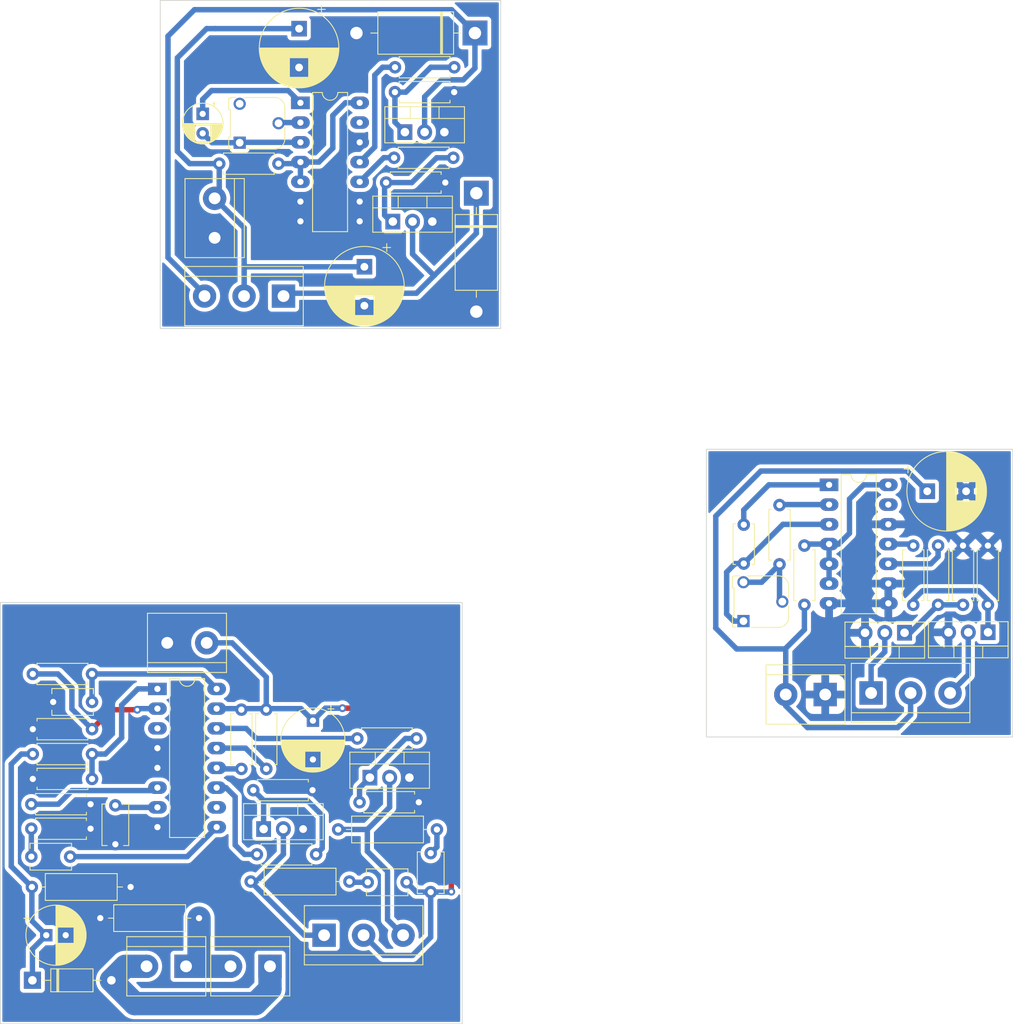
<source format=kicad_pcb>
(kicad_pcb (version 20221018) (generator pcbnew)
  (layers (0 "F.Cu" signal) (31 "B.Cu" signal) (34 "B.Paste" user) (35 "F.Paste" user) (36 "B.SilkS" user "B.Silkscreen") (37 "F.SilkS" user "F.Silkscreen") (38 "B.Mask" user) (39 "F.Mask" user) (44 "Edge.Cuts" user))
  (net 0 "")
  (net 1 "Net-(U1-RC_COMMON)")
  (net 2 "Net-(U1-C)")
  (net 3 "+12V")
  (net 4 "GND1")
  (net 5 "GND")
  (net 6 "Net-(U2-DISCH)")
  (net 7 "Net-(U2-REF)")
  (net 8 "Net-(C6-Pad1)")
  (net 9 "Net-(U2-COMP)")
  (net 10 "Net-(C7-Pad2)")
  (net 11 "Net-(C8-Pad1)")
  (net 12 "pb1")
  (net 13 "Net-(D1-A)")
  (net 14 "Net-(J1-Pin_1)")
  (net 15 "+12VA")
  (net 16 "Net-(J1-Pin_3)")
  (net 17 "Net-(J3-Pin_1)")
  (net 18 "Net-(J3-Pin_3)")
  (net 19 "Net-(J4-Pin_1)")
  (net 20 "Net-(Q1-G)")
  (net 21 "Net-(Q2-G)")
  (net 22 "Net-(Q3-G)")
  (net 23 "Net-(Q6-G)")
  (net 24 "Net-(U1--TRIGGER)")
  (net 25 "Net-(R2-Pad1)")
  (net 26 "Net-(U1-R)")
  (net 27 "Net-(U1-Q)")
  (net 28 "Net-(U1-~{Q})")
  (net 29 "Net-(U2-VC)")
  (net 30 "Net-(U2-GND)")
  (net 31 "Net-(U2-RT)")
  (net 32 "Net-(U2-NI)")
  (net 33 "Net-(U2-INV)")
  (net 34 "Net-(U2-OUTA)")
  (net 35 "Net-(U2-OUTB)")
  (net 39 "+12P")
  (net 40 "Net-(U3-C)")
  (net 41 "Net-(U3-RC_COMMON)")
  (net 42 "Net-(D2-K)")
  (net 43 "GNDA")
  (net 44 "Net-(D3-K)")
  (net 45 "Net-(Q4-G)")
  (net 46 "Net-(Q5-G)")
  (net 47 "Net-(U3-ASTABLE)")
  (net 48 "Net-(U3-Q)")
  (net 49 "Net-(U3-~{Q})")
  (net 50 "Net-(U3-R)")
  (footprint "Capacitor_THT:C_Disc_D5.1mm_W3.2mm_P5.00mm" (layer "F.Cu") (at 59.76 145.5)
    (fp_text reference "C6" hide)
    (fp_text value "0.001uF" hide)
  )
  (footprint "Resistor_THT:R_Axial_DIN0207_L6.3mm_D2.5mm_P7.62mm_Horizontal" (layer "F.Cu") (at 67.57 122 180)
    (fp_text reference "R10" hide)
    (fp_text value "47k" hide)
  )
  (footprint "Capacitor_THT:CP_Radial_D8.0mm_P5.00mm" (layer "F.Cu") (at 95.98 128 -90)
    (fp_text reference "C3" hide)
    (fp_text value "100uF" hide)
  )
  (footprint "TerminalBlock:TerminalBlock_bornier-2_P5.08mm" (layer "F.Cu") (at 90.46 159.6 180)
    (fp_text reference "J5" hide)
    (fp_text value "120ref" hide)
  )
  (footprint "Capacitor_THT:C_Disc_D5.1mm_W3.2mm_P5.00mm" (layer "F.Cu") (at 70.57 143.9 90)
    (fp_text reference "C4" hide)
    (fp_text value "0.1uF" hide)
  )
  (footprint "Resistor_THT:R_Axial_DIN0207_L6.3mm_D2.5mm_P7.62mm_Horizontal" (layer "F.Cu") (at 67.57 132.3 180)
    (fp_text reference "R13" hide)
    (fp_text value "100k" hide)
  )
  (footprint "Diode_THT:D_DO-201AD_P15.24mm_Horizontal" (layer "F.Cu") (at 117 60.16 -90)
    (fp_text reference "D2" hide)
    (fp_text value "1N5408" hide)
  )
  (footprint "Package_DIP:DIP-14_W7.62mm_LongPads" (layer "F.Cu") (at 94.375 48.542677)
    (fp_text reference "U3" hide)
    (fp_text value "4047" hide)
  )
  (footprint "Resistor_THT:R_Axial_DIN0207_L6.3mm_D2.5mm_P7.62mm_Horizontal" (layer "F.Cu") (at 106.54 43.967677)
    (fp_text reference "R21" hide)
    (fp_text value "1k" hide)
  )
  (footprint "Package_TO_SOT_THT:TO-220-3_Vertical" (layer "F.Cu") (at 182.82 116.645 180)
    (fp_text reference "Q2" hide)
    (fp_text value "IRF3205" hide)
  )
  (footprint "TerminalBlock:TerminalBlock_bornier-2_P5.08mm" (layer "F.Cu") (at 83.34 65.907677 90)
    (fp_text reference "J7" hide)
    (fp_text value "DC" hide)
  )
  (footprint "Resistor_THT:R_Axial_DIN0207_L6.3mm_D2.5mm_P7.62mm_Horizontal" (layer "F.Cu") (at 106.42 55.612677)
    (fp_text reference "R19" hide)
    (fp_text value "1k" hide)
  )
  (footprint "Resistor_THT:R_Axial_DIN0309_L9.0mm_D3.2mm_P12.70mm_Horizontal" (layer "F.Cu") (at 111.93 142 180)
    (fp_text reference "R24" hide)
    (fp_text value "66/2W" hide)
  )
  (footprint "Diode_THT:D_DO-41_SOD81_P10.16mm_Horizontal" (layer "F.Cu") (at 59.9 161.4)
    (fp_text reference "D1" hide)
    (fp_text value "1N4007" hide)
  )
  (footprint "TerminalBlock:TerminalBlock_bornier-3_P5.08mm" (layer "F.Cu") (at 167.78 124.445)
    (fp_text reference "J1" hide)
    (fp_text value "Screw_Terminal_01x03" hide)
  )
  (footprint "Potentiometer_THT:Potentiometer_Runtron_RM-065_Vertical" (layer "F.Cu") (at 151.36 115.2 90)
    (fp_text reference "RV1" hide)
    (fp_text value "100k" hide)
  )
  (footprint "Resistor_THT:R_Axial_DIN0207_L6.3mm_D2.5mm_P7.62mm_Horizontal" (layer "F.Cu") (at 113.01 58.8 180)
    (fp_text reference "R27" hide)
    (fp_text value "10k" hide)
  )
  (footprint "Package_DIP:DIP-16_W7.62mm_LongPads" (layer "F.Cu") (at 75.98 123.92)
    (fp_text reference "U2" hide)
    (fp_text value "SG3525" hide)
  )
  (footprint "TerminalBlock:TerminalBlock_bornier-3_P5.08mm" (layer "F.Cu") (at 92.2 73.4 180)
    (fp_text reference "J8" hide)
    (fp_text value "AC" hide)
  )
  (footprint "TerminalBlock:TerminalBlock_bornier-2_P5.08mm" (layer "F.Cu") (at 77.24 118)
    (fp_text reference "J6" hide)
    (fp_text value "DC" hide)
  )
  (footprint "Package_TO_SOT_THT:TO-220-3_Vertical" (layer "F.Cu") (at 172.08 116.7 180)
    (fp_text reference "Q1" hide)
    (fp_text value "IRF3205" hide)
  )
  (footprint "Resistor_THT:R_Axial_DIN0207_L6.3mm_D2.5mm_P7.62mm_Horizontal" (layer "F.Cu") (at 182.8 105.49 -90)
    (fp_text reference "R6" hide)
    (fp_text value "2200" hide)
  )
  (footprint "Resistor_THT:R_Axial_DIN0207_L6.3mm_D2.5mm_P7.62mm_Horizontal" (layer "F.Cu") (at 59.95 135.5)
    (fp_text reference "R12" hide)
    (fp_text value "10k" hide)
  )
  (footprint "Resistor_THT:R_Axial_DIN0207_L6.3mm_D2.5mm_P7.62mm_Horizontal" (layer "F.Cu") (at 159.2 113.11 90)
    (fp_text reference "R1" hide)
    (fp_text value "330" hide)
  )
  (footprint "Resistor_THT:R_Axial_DIN0207_L6.3mm_D2.5mm_P7.62mm_Horizontal" (layer "F.Cu") (at 67.38 141.9 180)
    (fp_text reference "R14" hide)
    (fp_text value "20k" hide)
  )
  (footprint "Package_TO_SOT_THT:TO-220-3_Vertical" (layer "F.Cu") (at 106.26 63.812677)
    (fp_text reference "Q4" hide)
    (fp_text value "IRF3205" hide)
  )
  (footprint "Resistor_THT:R_Axial_DIN0207_L6.3mm_D2.5mm_P7.62mm_Horizontal" (layer "F.Cu") (at 89.98 126.58 -90)
    (fp_text reference "R7" hide)
    (fp_text value "1k" hide)
  )
  (footprint "Capacitor_THT:C_Disc_D5.1mm_W3.2mm_P5.00mm" (layer "F.Cu") (at 108.03 148.79 180)
    (fp_text reference "C7" hide)
    (fp_text value "100nF" hide)
  )
  (footprint "Capacitor_THT:CP_Radial_D5.0mm_P2.50mm" (layer "F.Cu") (at 81.8 49.962565 -90)
    (fp_text reference "C11" hide)
    (fp_text value "4.7uF" hide)
  )
  (footprint "Resistor_THT:R_Axial_DIN0207_L6.3mm_D2.5mm_P7.62mm_Horizontal" (layer "F.Cu") (at 101.98 138.5)
    (fp_text reference "R22" hide)
    (fp_text value "2200" hide)
  )
  (footprint "Potentiometer_THT:Potentiometer_Runtron_RM-065_Vertical" (layer "F.Cu") (at 86.56 53.667677 90)
    (fp_text reference "RV2" hide)
    (fp_text value "100k" hide)
  )
  (footprint "TerminalBlock:TerminalBlock_bornier-3_P5.08mm" (layer "F.Cu") (at 97.42 155.6)
    (fp_text reference "J3" hide)
    (fp_text value "12-12" hide)
  )
  (footprint "Package_TO_SOT_THT:TO-220-3_Vertical" (layer "F.Cu") (at 107.81 52.312677)
    (fp_text reference "Q5" hide)
    (fp_text value "IRF3205" hide)
  )
  (footprint "Resistor_THT:R_Axial_DIN0207_L6.3mm_D2.5mm_P7.62mm_Horizontal" (layer "F.Cu") (at 59.95 129.1)
    (fp_text reference "R11" hide)
    (fp_text value "47k" hide)
  )
  (footprint "Resistor_THT:R_Axial_DIN0207_L6.3mm_D2.5mm_P7.62mm_Horizontal" (layer "F.Cu") (at 83.93 56.367677)
    (fp_text reference "R15" hide)
    (fp_text value "330" hide)
  )
  (footprint "Resistor_THT:R_Axial_DIN0207_L6.3mm_D2.5mm_P7.62mm_Horizontal" (layer "F.Cu") (at 101.69 130.3)
    (fp_text reference "R20" hide)
    (fp_text value "22" hide)
  )
  (footprint "Resistor_THT:R_Axial_DIN0207_L6.3mm_D2.5mm_P7.62mm_Horizontal" (layer "F.Cu") (at 114.15 47.167677 180)
    (fp_text reference "R28" hide)
    (fp_text value "10k" hide)
  )
  (footprint "Capacitor_THT:CP_Radial_D10.0mm_P5.00mm" (layer "F.Cu") (at 102.6 69.632323 -90)
    (fp_text reference "C10" hide)
    (fp_text value "1000uF" hide)
  )
  (footprint "Package_TO_SOT_THT:TO-220-3_Vertical" (layer "F.Cu") (at 89.64 141.945)
    (fp_text reference "Q3" hide)
    (fp_text value "IRF3205" hide)
  )
  (footprint "Resistor_THT:R_Axial_DIN0309_L9.0mm_D3.2mm_P12.70mm_Horizontal" (layer "F.Cu") (at 59.83 149.4)
    (fp_text reference "R26" hide)
    (fp_text value "1k/1W" hide)
  )
  (footprint "Capacitor_THT:CP_Radial_D10.0mm_P5.00mm" (layer "F.Cu") (at 175 98.5)
    (fp_text reference "C2" hide)
    (fp_text value "1000uF" hide)
  )
  (footprint "TerminalBlock:TerminalBlock_bornier-2_P5.08mm" (layer "F.Cu") (at 79.66 159.6 180)
    (fp_text reference "J4" hide)
    (fp_text value "120" hide)
  )
  (footprint "Resistor_THT:R_Axial_DIN0207_L6.3mm_D2.5mm_P7.62mm_Horizontal" (layer "F.Cu") (at 88.77 145.2)
    (fp_text reference "R18" hide)
    (fp_text value "22" hide)
  )
  (footprint "Capacitor_THT:C_Disc_D5.1mm_W3.2mm_P5.00mm" (layer "F.Cu") (at 62.57 125.6)
    (fp_text reference "C5" hide)
    (fp_text value "0.1uF" hide)
  )
  (footprint "Resistor_THT:R_Axial_DIN0207_L6.3mm_D2.5mm_P7.62mm_Horizontal" (layer "F.Cu") (at 86.78 134.21 90)
    (fp_text reference "R8" hide)
    (fp_text value "1k" hide)
  )
  (footprint "TerminalBlock:TerminalBlock_bornier-2_P5.08mm" (layer "F.Cu") (at 161.88 124.645 180)
    (fp_text reference "J2" hide)
    (fp_text value "DC" hide)
  )
  (footprint "Diode_THT:D_DO-201AD_P15.24mm_Horizontal" (layer "F.Cu") (at 116.82 39.567677 180)
    (fp_text reference "D3" hide)
    (fp_text value "1N5408" hide)
  )
  (footprint "Resistor_THT:R_Axial_DIN0207_L6.3mm_D2.5mm_P7.62mm_Horizontal" (layer "F.Cu") (at 176.4 105.49 -90)
    (fp_text reference "R3" hide)
    (fp_text value "220" hide)
  )
  (footprint "Resistor_THT:R_Axial_DIN0207_L6.3mm_D2.5mm_P7.62mm_Horizontal" (layer "F.Cu") (at 67.38 138.75 180)
    (fp_text reference "R9" hide)
    (fp_text value "100k" hide)
  )
  (footprint "Package_DIP:DIP-14_W7.62mm_LongPads" (layer "F.Cu") (at 162.375 97.675)
    (fp_text reference "U1" hide)
    (fp_text value "4047" hide)
  )
  (footprint "Resistor_THT:R_Axial_DIN0207_L6.3mm_D2.5mm_P7.62mm_Horizontal" (layer "F.Cu") (at 179.6 105.49 -90)
    (fp_text reference "R5" hide)
    (fp_text value "2200" hide)
  )
  (footprint "Resistor_THT:R_Axial_DIN0207_L6.3mm_D2.5mm_P7.62mm_Horizontal" (layer "F.Cu") (at 173.2 105.49 -90)
    (fp_text reference "R4" hide)
    (fp_text value "220" hide)
  )
  (footprint "Resistor_THT:R_Axial_DIN0309_L9.0mm_D3.2mm_P12.70mm_Horizontal" (layer "F.Cu") (at 68.63 153.4)
    (fp_text reference "R25" hide)
    (fp_text value "200k/2W" hide)
  )
  (footprint "Capacitor_THT:CP_Radial_D7.5mm_P2.50mm" (layer "F.Cu") (at 61.68 155.6)
    (fp_text reference "C9" hide)
    (fp_text value "1uF" hide)
  )
  (footprint "Capacitor_THT:C_Disc_D5.0mm_W2.5mm_P5.00mm" (layer "F.Cu") (at 151.4 107.8 90)
    (fp_text reference "C1" hide)
    (fp_text value "10nF" hide)
  )
  (footprint "Capacitor_THT:C_Disc_D5.1mm_W3.2mm_P5.00mm" (layer "F.Cu") (at 111.13 145.05 -90)
    (fp_text reference "C8" hide)
    (fp_text value "100nF" hide)
  )
  (footprint "Resistor_THT:R_Axial_DIN0207_L6.3mm_D2.5mm_P7.62mm_Horizontal" (layer "F.Cu") (at 88.31 136.945)
    (fp_text reference "R16" hide)
    (fp_text value "2200" hide)
  )
  (footprint "Package_TO_SOT_THT:TO-220-3_Vertical" (layer "F.Cu") (at 103.31 135.33)
    (fp_text reference "Q6" hide)
    (fp_text value "IRF3205" hide)
  )
  (footprint "Resistor_THT:R_Axial_DIN0309_L9.0mm_D3.2mm_P12.70mm_Horizontal" (layer "F.Cu") (at 87.98 148.7)
    (fp_text reference "R23" hide)
    (fp_text value "56/2W" hide)
  )
  (footprint "Capacitor_THT:CP_Radial_D10.0mm_P5.00mm" (layer "F.Cu") (at 94.2 39 -90)
    (fp_text reference "C12" hide)
    (fp_text value "1000uF" hide)
  )
  (footprint "Resistor_THT:R_Axial_DIN0207_L6.3mm_D2.5mm_P7.62mm_Horizontal" (layer "F.Cu") (at 156 107.9 90)
    (fp_text reference "R2" hide)
    (fp_text value "390k" hide)
  )
  (gr_rect (start 55.78 112.8) (end 115.18 167) (stroke (width 0.1)) (fill none) (layer "Edge.Cuts"))
  (gr_rect (start 76.34 35.367677) (end 120.14 77.567677) (stroke (width 0.1)) (fill none) (layer "Edge.Cuts"))
  (gr_rect (start 146.6 93.1) (end 186 130.1) (stroke (width 0.1)) (fill none) (layer "Edge.Cuts"))
  (segment (start 156.445 102.755) (end 151.4 107.8) (width 0.7) (layer "B.Cu") (net 1))
  (segment (start 149.2 114.3) (end 150.1 115.2) (width 0.7) (layer "B.Cu") (net 1))
  (segment (start 151.4 107.8) (end 150.3 107.8) (width 0.7) (layer "B.Cu") (net 1))
  (segment (start 150.3 107.8) (end 149.2 108.9) (width 0.7) (layer "B.Cu") (net 1))
  (segment (start 162.375 102.755) (end 156.445 102.755) (width 0.7) (layer "B.Cu") (net 1))
  (segment (start 149.2 108.9) (end 149.2 114.3) (width 0.7) (layer "B.Cu") (net 1))
  (segment (start 150.1 115.2) (end 151.36 115.2) (width 0.7) (layer "B.Cu") (net 1))
  (segment (start 162.375 97.675) (end 154.625 97.675) (width 0.7) (layer "B.Cu") (net 2))
  (segment (start 154.625 97.675) (end 151.4 100.9) (width 0.7) (layer "B.Cu") (net 2))
  (segment (start 151.4 100.9) (end 151.4 102.8) (width 0.7) (layer "B.Cu") (net 2))
  (segment (start 113.78 150) (end 113.78 130.6) (width 0.7) (layer "F.Cu") (net 3))
  (segment (start 111.38 128.2) (end 109.58 126.4) (width 0.7) (layer "F.Cu") (net 3))
  (segment (start 113.78 130.6) (end 111.38 128.2) (width 0.7) (layer "F.Cu") (net 3))
  (segment (start 109.58 126.4) (end 99.78 126.4) (width 0.7) (layer "F.Cu") (net 3))
  (via (at 113.78 150) (size 1) (drill 0.5) (layers "F.Cu" "B.Cu") (net 3))
  (via (at 99.78 126.4) (size 1) (drill 0.5) (layers "F.Cu" "B.Cu") (net 3))
  (segment (start 111.13 150.05) (end 109.29 150.05) (width 0.7) (layer "B.Cu") (net 3))
  (segment (start 89.98 122.4) (end 89.98 126.58) (width 0.7) (layer "B.Cu") (net 3))
  (segment (start 102.5 155.6) (end 105.1 158.2) (width 0.7) (layer "B.Cu") (net 3))
  (segment (start 111.13 150.05) (end 113.73 150.05) (width 0.7) (layer "B.Cu") (net 3))
  (segment (start 113.73 150.05) (end 113.78 150) (width 0.7) (layer "B.Cu") (net 3))
  (segment (start 85.58 118) (end 89.98 122.4) (width 0.7) (layer "B.Cu") (net 3))
  (segment (start 94.44 126.46) (end 95.98 128) (width 0.7) (layer "B.Cu") (net 3))
  (segment (start 97.58 126.4) (end 95.98 128) (width 0.7) (layer "B.Cu") (net 3))
  (segment (start 108.78 158.2) (end 111.13 155.85) (width 0.7) (layer "B.Cu") (net 3))
  (segment (start 105.1 158.2) (end 108.78 158.2) (width 0.7) (layer "B.Cu") (net 3))
  (segment (start 99.78 126.4) (end 97.58 126.4) (width 0.7) (layer "B.Cu") (net 3))
  (segment (start 109.29 150.05) (end 108.03 148.79) (width 0.7) (layer "B.Cu") (net 3))
  (segment (start 82.32 118) (end 85.58 118) (width 0.7) (layer "B.Cu") (net 3))
  (segment (start 111.13 155.85) (end 111.13 150.05) (width 0.7) (layer "B.Cu") (net 3))
  (segment (start 83.6 126.46) (end 94.44 126.46) (width 0.7) (layer "B.Cu") (net 3))
  (segment (start 75.98 139.16) (end 70.83 139.16) (width 0.7) (layer "B.Cu") (net 6))
  (segment (start 70.83 139.16) (end 70.57 138.9) (width 0.7) (layer "B.Cu") (net 6))
  (segment (start 67.57 125.6) (end 67.57 122) (width 0.7) (layer "B.Cu") (net 7))
  (segment (start 67.57 122) (end 81.68 122) (width 0.7) (layer "B.Cu") (net 7))
  (segment (start 81.68 122) (end 83.6 123.92) (width 0.7) (layer "B.Cu") (net 7))
  (segment (start 59.76 145.5) (end 59.76 141.9) (width 0.7) (layer "B.Cu") (net 8))
  (segment (start 79.8 145.5) (end 83.6 141.7) (width 0.7) (layer "B.Cu") (net 9))
  (segment (start 64.76 145.5) (end 79.8 145.5) (width 0.7) (layer "B.Cu") (net 9))
  (segment (start 100.77 148.79) (end 100.68 148.7) (width 0.7) (layer "B.Cu") (net 10))
  (segment (start 103.03 148.79) (end 100.77 148.79) (width 0.7) (layer "B.Cu") (net 10))
  (segment (start 111.93 144.25) (end 111.13 145.05) (width 0.7) (layer "B.Cu") (net 11))
  (segment (start 111.93 142) (end 111.93 144.25) (width 0.7) (layer "B.Cu") (net 11))
  (segment (start 59.95 132.3) (end 58.48 132.3) (width 0.7) (layer "B.Cu") (net 12))
  (segment (start 59.9 157.38) (end 61.68 155.6) (width 0.7) (layer "B.Cu") (net 12))
  (segment (start 57.18 133.6) (end 57.18 146.75) (width 0.7) (layer "B.Cu") (net 12))
  (segment (start 59.83 149.4) (end 59.83 153.75) (width 0.7) (layer "B.Cu") (net 12))
  (segment (start 59.83 153.75) (end 61.68 155.6) (width 0.7) (layer "B.Cu") (net 12))
  (segment (start 57.18 146.75) (end 59.83 149.4) (width 0.7) (layer "B.Cu") (net 12))
  (segment (start 58.48 132.3) (end 57.18 133.6) (width 0.7) (layer "B.Cu") (net 12))
  (segment (start 59.9 161.4) (end 59.9 157.38) (width 0.7) (layer "B.Cu") (net 12))
  (segment (start 74.58 159.6) (end 71.86 159.6) (width 3) (layer "B.Cu") (net 13))
  (segment (start 73.06 164.4) (end 70.06 161.4) (width 3) (layer "B.Cu") (net 13))
  (segment (start 71.86 159.6) (end 70.06 161.4) (width 3) (layer "B.Cu") (net 13))
  (segment (start 90.46 159.6) (end 90.46 162.52) (width 3) (layer "B.Cu") (net 13))
  (segment (start 88.58 164.4) (end 73.06 164.4) (width 3) (layer "B.Cu") (net 13))
  (segment (start 90.46 162.52) (end 88.58 164.4) (width 3) (layer "B.Cu") (net 13))
  (segment (start 169.54 119.16) (end 167.78 120.92) (width 0.7) (layer "B.Cu") (net 14))
  (segment (start 167.78 120.92) (end 167.78 124.445) (width 0.7) (layer "B.Cu") (net 14))
  (segment (start 169.54 116.7) (end 169.54 119.16) (width 0.7) (layer "B.Cu") (net 14))
  (segment (start 156.8 126.1) (end 159.6 128.9) (width 0.7) (layer "B.Cu") (net 15))
  (segment (start 156.8 124.645) (end 156.8 126.1) (width 0.7) (layer "B.Cu") (net 15))
  (segment (start 156.72 118.78) (end 159.2 116.3) (width 0.7) (layer "B.Cu") (net 15))
  (segment (start 171.2 128.9) (end 172.86 127.24) (width 0.7) (layer "B.Cu") (net 15))
  (segment (start 172.86 127.24) (end 172.86 124.445) (width 0.7) (layer "B.Cu") (net 15))
  (segment (start 156.72 118.78) (end 150.48 118.78) (width 0.7) (layer "B.Cu") (net 15))
  (segment (start 172.4 95.9) (end 175 98.5) (width 0.7) (layer "B.Cu") (net 15))
  (segment (start 159.2 116.3) (end 159.2 113.11) (width 0.7) (layer "B.Cu") (net 15))
  (segment (start 147.8 116.1) (end 147.8 101.7) (width 0.7) (layer "B.Cu") (net 15))
  (segment (start 150.48 118.78) (end 147.8 116.1) (width 0.7) (layer "B.Cu") (net 15))
  (segment (start 156.8 118.86) (end 156.72 118.78) (width 0.7) (layer "B.Cu") (net 15))
  (segment (start 147.8 101.7) (end 153.6 95.9) (width 0.7) (layer "B.Cu") (net 15))
  (segment (start 156.8 124.645) (end 156.8 118.86) (width 0.7) (layer "B.Cu") (net 15))
  (segment (start 159.6 128.9) (end 171.2 128.9) (width 0.7) (layer "B.Cu") (net 15))
  (segment (start 153.6 95.9) (end 172.4 95.9) (width 0.7) (layer "B.Cu") (net 15))
  (segment (start 180.28 122.105) (end 177.94 124.445) (width 0.7) (layer "B.Cu") (net 16))
  (segment (start 180.28 116.645) (end 180.28 122.105) (width 0.7) (layer "B.Cu") (net 16))
  (segment (start 92.18 145.2) (end 88.68 148.7) (width 0.7) (layer "B.Cu") (net 17))
  (segment (start 97.42 155.6) (end 94.88 155.6) (width 0.7) (layer "B.Cu") (net 17))
  (segment (start 92.18 141.945) (end 92.18 145.2) (width 0.7) (layer "B.Cu") (net 17))
  (segment (start 88.68 148.7) (end 87.98 148.7) (width 0.7) (layer "B.Cu") (net 17))
  (segment (start 94.88 155.6) (end 87.98 148.7) (width 0.7) (layer "B.Cu") (net 17))
  (segment (start 105.58 153.6) (end 107.58 155.6) (width 0.7) (layer "B.Cu") (net 18))
  (segment (start 105.85 139.13) (end 102.98 142) (width 0.7) (layer "B.Cu") (net 18))
  (segment (start 102.98 142) (end 99.23 142) (width 0.7) (layer "B.Cu") (net 18))
  (segment (start 105.85 135.33) (end 105.85 139.13) (width 0.7) (layer "B.Cu") (net 18))
  (segment (start 102.98 144.8) (end 105.58 147.4) (width 0.7) (layer "B.Cu") (net 18))
  (segment (start 102.98 142) (end 102.98 144.8) (width 0.7) (layer "B.Cu") (net 18))
  (segment (start 105.58 147.4) (end 105.58 153.6) (width 0.7) (layer "B.Cu") (net 18))
  (segment (start 79.66 159.6) (end 81.58 159.6) (width 3) (layer "B.Cu") (net 19))
  (segment (start 81.33 153.4) (end 81.33 159.35) (width 3) (layer "B.Cu") (net 19))
  (segment (start 81.33 159.35) (end 81.58 159.6) (width 3) (layer "B.Cu") (net 19))
  (segment (start 81.58 159.6) (end 85.38 159.6) (width 3) (layer "B.Cu") (net 19))
  (segment (start 172.81 116.7) (end 176.4 113.11) (width 0.7) (layer "B.Cu") (net 20))
  (segment (start 172.08 116.7) (end 172.81 116.7) (width 0.7) (layer "B.Cu") (net 20))
  (segment (start 176.4 113.11) (end 179.6 113.11) (width 0.7) (layer "B.Cu") (net 20))
  (segment (start 182.82 113.13) (end 182.8 113.11) (width 0.7) (layer "B.Cu") (net 21))
  (segment (start 174.4 111.3) (end 181.6 111.3) (width 0.7) (layer "B.Cu") (net 21))
  (segment (start 181.6 111.3) (end 182.8 112.5) (width 0.7) (layer "B.Cu") (net 21))
  (segment (start 182.8 112.5) (end 182.8 113.11) (width 0.7) (layer "B.Cu") (net 21))
  (segment (start 173.2 113.11) (end 173.2 112.5) (width 0.7) (layer "B.Cu") (net 21))
  (segment (start 182.82 116.645) (end 182.82 113.13) (width 0.7) (layer "B.Cu") (net 21))
  (segment (start 173.2 112.5) (end 174.4 111.3) (width 0.7) (layer "B.Cu") (net 21))
  (segment (start 95.255 138.275) (end 97.18 140.2) (width 0.7) (layer "B.Cu") (net 22))
  (segment (start 97.18 140.2) (end 97.18 144.41) (width 0.7) (layer "B.Cu") (net 22))
  (segment (start 89.64 138.275) (end 88.31 136.945) (width 0.7) (layer "B.Cu") (net 22))
  (segment (start 89.64 141.945) (end 89.64 138.275) (width 0.7) (layer "B.Cu") (net 22))
  (segment (start 97.18 144.41) (end 96.39 145.2) (width 0.7) (layer "B.Cu") (net 22))
  (segment (start 89.64 138.275) (end 95.255 138.275) (width 0.7) (layer "B.Cu") (net 22))
  (segment (start 101.98 138.5) (end 101.98 136.66) (width 0.7) (layer "B.Cu") (net 23))
  (segment (start 109.31 130.3) (end 107.88 130.3) (width 0.7) (layer "B.Cu") (net 23))
  (segment (start 107.88 130.3) (end 103.31 134.87) (width 0.7) (layer "B.Cu") (net 23))
  (segment (start 103.31 134.87) (end 103.31 135.33) (width 0.7) (layer "B.Cu") (net 23))
  (segment (start 101.98 136.66) (end 103.31 135.33) (width 0.7) (layer "B.Cu") (net 23))
  (segment (start 169.995 97.675) (end 166.825 97.675) (width 0.7) (layer "B.Cu") (net 24))
  (segment (start 165 99.5) (end 165 103.9) (width 0.7) (layer "B.Cu") (net 24))
  (segment (start 159.395 105.295) (end 159.2 105.49) (width 0.7) (layer "B.Cu") (net 24))
  (segment (start 162.375 105.295) (end 159.395 105.295) (width 0.7) (layer "B.Cu") (net 24))
  (segment (start 163.605 105.295) (end 162.375 105.295) (width 0.7) (layer "B.Cu") (net 24))
  (segment (start 166.825 97.675) (end 165 99.5) (width 0.7) (layer "B.Cu") (net 24))
  (segment (start 162.375 110.375) (end 162.375 105.295) (width 0.7) (layer "B.Cu") (net 24))
  (segment (start 165 103.9) (end 163.605 105.295) (width 0.7) (layer "B.Cu") (net 24))
  (segment (start 156 107.9) (end 156 112.34) (width 0.7) (layer "B.Cu") (net 25))
  (segment (start 153.7 110.2) (end 156 107.9) (width 0.7) (layer "B.Cu") (net 25))
  (segment (start 151.36 110.2) (end 153.7 110.2) (width 0.7) (layer "B.Cu") (net 25))
  (segment (start 156 112.34) (end 156.36 112.7) (width 0.7) (layer "B.Cu") (net 25))
  (segment (start 162.375 100.215) (end 156.065 100.215) (width 0.7) (layer "B.Cu") (net 26))
  (segment (start 156.065 100.215) (end 156 100.28) (width 0.7) (layer "B.Cu") (net 26))
  (segment (start 176.4 106.9) (end 176.4 105.49) (width 0.7) (layer "B.Cu") (net 27))
  (segment (start 175.465 107.835) (end 176.4 106.9) (width 0.7) (layer "B.Cu") (net 27))
  (segment (start 169.995 107.835) (end 175.465 107.835) (width 0.7) (layer "B.Cu") (net 27))
  (segment (start 169.995 105.295) (end 173.005 105.295) (width 0.7) (layer "B.Cu") (net 28))
  (segment (start 173.005 105.295) (end 173.2 105.49) (width 0.7) (layer "B.Cu") (net 28))
  (segment (start 83.6 131.54) (end 87.32 131.54) (width 0.7) (layer "B.Cu") (net 29))
  (segment (start 87.32 131.54) (end 89.98 134.2) (width 0.7) (layer "B.Cu") (net 29))
  (segment (start 86.78 134.21) (end 83.73 134.21) (width 0.7) (layer "B.Cu") (net 30))
  (segment (start 83.73 134.21) (end 83.6 134.08) (width 0.7) (layer "B.Cu") (net 30))
  (segment (start 64.98 137) (end 63.23 138.75) (width 0.7) (layer "B.Cu") (net 31))
  (segment (start 63.23 138.75) (end 59.76 138.75) (width 0.7) (layer "B.Cu") (net 31))
  (segment (start 75.6 137) (end 64.98 137) (width 0.7) (layer "B.Cu") (net 31))
  (segment (start 75.98 136.62) (end 75.6 137) (width 0.7) (layer "B.Cu") (net 31))
  (segment (start 70.07 126.6) (end 67.57 129.1) (width 0.7) (layer "F.Cu") (net 32))
  (segment (start 73.38 126.6) (end 70.07 126.6) (width 0.7) (layer "F.Cu") (net 32))
  (via (at 73.38 126.6) (size 1) (drill 0.5) (layers "F.Cu" "B.Cu") (net 32))
  (segment (start 63.18 122) (end 64.98 123.8) (width 0.7) (layer "B.Cu") (net 32))
  (segment (start 64.98 126.51) (end 67.57 129.1) (width 0.7) (layer "B.Cu") (net 32))
  (segment (start 64.98 123.8) (end 64.98 126.51) (width 0.7) (layer "B.Cu") (net 32))
  (segment (start 75.98 126.46) (end 73.52 126.46) (width 0.7) (layer "B.Cu") (net 32))
  (segment (start 73.52 126.46) (end 73.38 126.6) (width 0.7) (layer "B.Cu") (net 32))
  (segment (start 59.95 122) (end 63.18 122) (width 0.7) (layer "B.Cu") (net 32))
  (segment (start 71.38 126) (end 71.38 130.2) (width 0.7) (layer "B.Cu") (net 33))
  (segment (start 71.38 130.2) (end 69.28 132.3) (width 0.7) (layer "B.Cu") (net 33))
  (segment (start 67.57 132.3) (end 67.57 135.5) (width 0.7) (layer "B.Cu") (net 33))
  (segment (start 69.28 132.3) (end 67.57 132.3) (width 0.7) (layer "B.Cu") (net 33))
  (segment (start 75.98 123.92) (end 73.46 123.92) (width 0.7) (layer "B.Cu") (net 33))
  (segment (start 73.46 123.92) (end 71.38 126) (width 0.7) (layer "B.Cu") (net 33))
  (segment (start 84.8 136.62) (end 83.6 136.62) (width 0.7) (layer "B.Cu") (net 34))
  (segment (start 87.18 145.2) (end 85.98 144) (width 0.7) (layer "B.Cu") (net 34))
  (segment (start 85.98 144) (end 85.98 137.8) (width 0.7) (layer "B.Cu") (net 34))
  (segment (start 85.98 137.8) (end 84.8 136.62) (width 0.7) (layer "B.Cu") (net 34))
  (segment (start 88.77 145.2) (end 87.18 145.2) (width 0.7) (layer "B.Cu") (net 34))
  (segment (start 87.38 129) (end 83.6 129) (width 0.7) (layer "B.Cu") (net 35))
  (segment (start 88.68 130.3) (end 87.38 129) (width 0.7) (layer "B.Cu") (net 35))
  (segment (start 101.69 130.3) (end 88.68 130.3) (width 0.7) (layer "B.Cu") (net 35))
  (segment (start 78.54 54.767677) (end 80.14 56.367677) (width 0.7) (layer "B.Cu") (net 39))
  (segment (start 87.14 69.4) (end 87.372323 69.632323) (width 0.7) (layer "B.Cu") (net 39))
  (segment (start 78.54 42.767677) (end 78.54 54.767677) (width 0.7) (layer "B.Cu") (net 39))
  (segment (start 83.93 60.237677) (end 83.34 60.827677) (width 0.7) (layer "B.Cu") (net 39))
  (segment (start 80.14 56.367677) (end 83.93 56.367677) (width 0.7) (layer "B.Cu") (net 39))
  (segment (start 87.14 69.4) (end 87.14 64.627677) (width 0.7) (layer "B.Cu") (net 39))
  (segment (start 83.93 56.367677) (end 83.93 60.237677) (width 0.7) (layer "B.Cu") (net 39))
  (segment (start 83.4 39) (end 82.307677 39) (width 0.7) (layer "B.Cu") (net 39))
  (segment (start 82.307677 39) (end 78.54 42.767677) (width 0.7) (layer "B.Cu") (net 39))
  (segment (start 87.12 73.4) (end 87.14 73.38) (width 0.7) (layer "B.Cu") (net 39))
  (segment (start 87.14 64.627677) (end 83.34 60.827677) (width 0.7) (layer "B.Cu") (net 39))
  (segment (start 94.2 39) (end 83.4 39) (width 0.7) (layer "B.Cu") (net 39))
  (segment (start 87.372323 69.632323) (end 102.6 69.632323) (width 0.7) (layer "B.Cu") (net 39))
  (segment (start 87.14 73.38) (end 87.14 69.4) (width 0.7) (layer "B.Cu") (net 39))
  (segment (start 82.94 46.967677) (end 92.8 46.967677) (width 0.7) (layer "B.Cu") (net 40))
  (segment (start 92.8 46.967677) (end 94.375 48.542677) (width 0.7) (layer "B.Cu") (net 40))
  (segment (start 81.8 49.962565) (end 81.8 48.107677) (width 0.7) (layer "B.Cu") (net 40))
  (segment (start 81.8 48.107677) (end 82.94 46.967677) (width 0.7) (layer "B.Cu") (net 40))
  (segment (start 94.375 53.622677) (end 86.605 53.622677) (width 0.7) (layer "B.Cu") (net 41))
  (segment (start 86.605 53.622677) (end 86.56 53.667677) (width 0.7) (layer "B.Cu") (net 41))
  (segment (start 86.56 53.667677) (end 83.005112 53.667677) (width 0.7) (layer "B.Cu") (net 41))
  (segment (start 83.005112 53.667677) (end 81.8 52.462565) (width 0.7) (layer "B.Cu") (net 41))
  (segment (start 108.8 63.812677) (end 108.8 68) (width 0.7) (layer "B.Cu") (net 42))
  (segment (start 92.2 73.4) (end 92.567677 73.032323) (width 0.7) (layer "B.Cu") (net 42))
  (segment (start 109.295355 73.032323) (end 111.563839 70.763839) (width 0.7) (layer "B.Cu") (net 42))
  (segment (start 92.567677 73.032323) (end 109.295355 73.032323) (width 0.7) (layer "B.Cu") (net 42))
  (segment (start 117 65.327677) (end 117 60.16) (width 0.7) (layer "B.Cu") (net 42))
  (segment (start 108.8 68) (end 111.563839 70.763839) (width 0.7) (layer "B.Cu") (net 42))
  (segment (start 111.563839 70.763839) (end 117 65.327677) (width 0.7) (layer "B.Cu") (net 42))
  (segment (start 113.82 36.567677) (end 116.82 39.567677) (width 0.7) (layer "B.Cu") (net 44))
  (segment (start 112.52 45.587677) (end 115.32 45.587677) (width 0.7) (layer "B.Cu") (net 44))
  (segment (start 116.82 44.087677) (end 116.82 39.567677) (width 0.7) (layer "B.Cu") (net 44))
  (segment (start 115.32 45.587677) (end 116.82 44.087677) (width 0.7) (layer "B.Cu") (net 44))
  (segment (start 80.74 36.567677) (end 113.82 36.567677) (width 0.7) (layer "B.Cu") (net 44))
  (segment (start 77.34 68.447677) (end 77.34 39.967677) (width 0.7) (layer "B.Cu") (net 44))
  (segment (start 82.04 73.4) (end 82.04 73.147677) (width 0.7) (layer "B.Cu") (net 44))
  (segment (start 82.04 73.147677) (end 77.34 68.447677) (width 0.7) (layer "B.Cu") (net 44))
  (segment (start 110.35 47.757677) (end 112.52 45.587677) (width 0.7) (layer "B.Cu") (net 44))
  (segment (start 77.34 39.967677) (end 80.74 36.567677) (width 0.7) (layer "B.Cu") (net 44))
  (segment (start 110.35 52.312677) (end 110.35 47.757677) (width 0.7) (layer "B.Cu") (net 44))
  (segment (start 105.2 58.99) (end 105.39 58.8) (width 0.7) (layer "B.Cu") (net 45))
  (segment (start 105.39 58.8) (end 108.707677 58.8) (width 0.7) (layer "B.Cu") (net 45))
  (segment (start 108.707677 58.8) (end 111.895 55.612677) (width 0.7) (layer "B.Cu") (net 45))
  (segment (start 106.26 63.812677) (end 106.012677 63.812677) (width 0.7) (layer "B.Cu") (net 45))
  (segment (start 106.012677 63.812677) (end 105.2 63) (width 0.7) (layer "B.Cu") (net 45))
  (segment (start 105.2 63) (end 105.2 58.99) (width 0.7) (layer "B.Cu") (net 45))
  (segment (start 111.895 55.612677) (end 114.04 55.612677) (width 0.7) (layer "B.Cu") (net 45))
  (segment (start 106.53 51.032677) (end 107.81 52.312677) (width 0.7) (layer "B.Cu") (net 46))
  (segment (start 111.14 43.967677) (end 114.16 43.967677) (width 0.7) (layer "B.Cu") (net 46))
  (segment (start 106.53 47.167677) (end 106.53 51.032677) (width 0.7) (layer "B.Cu") (net 46))
  (segment (start 106.53 47.167677) (end 107.94 47.167677) (width 0.7) (layer "B.Cu") (net 46))
  (segment (start 107.94 47.167677) (end 111.14 43.967677) (width 0.7) (layer "B.Cu") (net 46))
  (segment (start 98.54 50.167677) (end 100.165 48.542677) (width 0.7) (layer "B.Cu") (net 47))
  (segment (start 94.17 56.367677) (end 94.375 56.162677) (width 0.7) (layer "B.Cu") (net 47))
  (segment (start 91.55 56.367677) (end 94.17 56.367677) (width 0.7) (layer "B.Cu") (net 47))
  (segment (start 100.165 48.542677) (end 101.995 48.542677) (width 0.7) (layer "B.Cu") (net 47))
  (segment (start 94.375 56.162677) (end 96.745 56.162677) (width 0.7) (layer "B.Cu") (net 47))
  (segment (start 96.745 56.162677) (end 98.54 54.367677) (width 0.7) (layer "B.Cu") (net 47))
  (segment (start 98.54 54.367677) (end 98.54 50.167677) (width 0.7) (layer "B.Cu") (net 47))
  (segment (start 94.375 58.702677) (end 94.375 56.162677) (width 0.7) (layer "B.Cu") (net 47))
  (segment (start 105.097677 55.6) (end 106.407323 55.6) (width 0.7) (layer "B.Cu") (net 48))
  (segment (start 101.995 58.702677) (end 105.097677 55.6) (width 0.7) (layer "B.Cu") (net 48))
  (segment (start 106.407323 55.6) (end 106.42 55.612677) (width 0.7) (layer "B.Cu") (net 48))
  (segment (start 101.995 56.162677) (end 103.94 54.217677) (width 0.7) (layer "B.Cu") (net 49))
  (segment (start 104.94 43.967677) (end 106.54 43.967677) (width 0.7) (layer "B.Cu") (net 49))
  (segment (start 103.94 54.217677) (end 103.94 44.967677) (width 0.7) (layer "B.Cu") (net 49))
  (segment (start 103.94 44.967677) (end 104.94 43.967677) (width 0.7) (layer "B.Cu") (net 49))
  (segment (start 91.645 51.082677) (end 91.56 51.167677) (width 0.7) (layer "B.Cu") (net 50))
  (segment (start 94.375 51.082677) (end 91.645 51.082677) (width 0.7) (layer "B.Cu") (net 50))
  (zone (net 4) (net_name "GND1") (layer "B.Cu") (connect_pads (clearance 0.5)) (min_thickness 0.25) (fill yes (thermal_gap 1) (thermal_bridge_width 1))
    (polygon (pts (xy 185.8 93.3) (xy 185.8 129.9) (xy 146.8 129.9) (xy 146.8 93.3)))
  )
  (zone (net 5) (net_name "GND") (layer "B.Cu") (priority 1) (connect_pads yes (clearance 0.5)) (min_thickness 0.25) (fill yes (thermal_gap 1) (thermal_bridge_width 1))
    (polygon (pts (xy 114.98 113) (xy 114.98 166.8) (xy 55.98 166.8) (xy 55.98 113)))
  )
  (zone (net 43) (net_name "GNDA") (layer "B.Cu") (priority 2) (connect_pads yes (clearance 0.5)) (min_thickness 0.25) (fill yes (thermal_gap 0.5) (thermal_bridge_width 1))
    (polygon (pts (xy 119.94 35.567677) (xy 119.94 77.367677) (xy 76.54 77.367677) (xy 76.54 35.567677)))
  )
)
</source>
